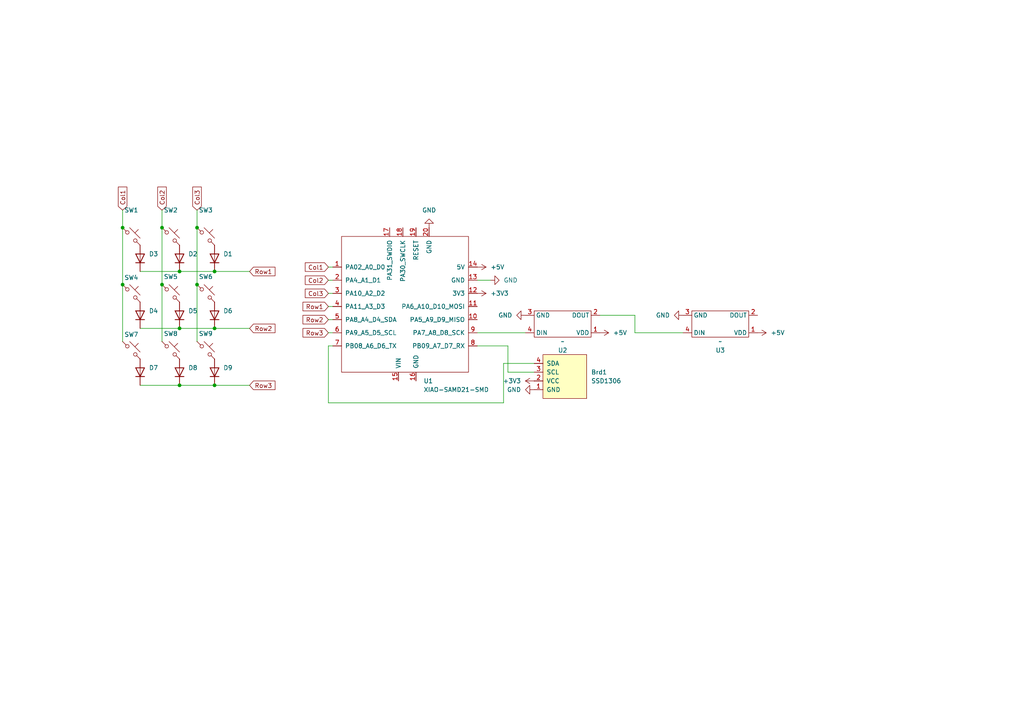
<source format=kicad_sch>
(kicad_sch (version 20231120) (generator "eeschema") (generator_version "8.0")
  (paper "A4")
  (lib_symbols
    (symbol "Diode:1N4148WT" (pin_numbers hide) (pin_names hide)
      (property "Reference" "D" (at 0 2.54 0))
      (property "Value" "1N4148WT" (at 0 -2.54 0))
      (symbol "1N4148WT_0_1"
        (polyline (pts (xy -1.27 1.27) (xy -1.27 -1.27)) (stroke (width 0.254)))
        (polyline (pts (xy 1.27 0) (xy -1.27 0)))
        (polyline (pts (xy 1.27 1.27) (xy 1.27 -1.27) (xy -1.27 0) (xy 1.27 1.27)) (stroke (width 0.254)))
      )
      (symbol "1N4148WT_1_1"
        (pin passive line (at -3.81 0 0) (length 2.54) (name "K") (number "1"))
        (pin passive line (at 3.81 0 180) (length 2.54) (name "A") (number "2"))
      )
    )
    (symbol "SSD1306-128x64_OLED:SSD1306" (pin_names (offset 1.016))
      (property "Reference" "Brd" (at 0 -3.81 0))
      (property "Value" "SSD1306" (at 0 -1.27 0))
      (symbol "SSD1306_0_1"
        (rectangle (start -6.35 6.35) (end 6.35 -6.35) (fill (type background)))
      )
      (symbol "SSD1306_1_1"
        (pin input line (at -3.81 8.89 270) (length 2.54) (name "GND") (number "1"))
        (pin input line (at -1.27 8.89 270) (length 2.54) (name "VCC") (number "2"))
        (pin input line (at 1.27 8.89 270) (length 2.54) (name "SCL") (number "3"))
        (pin input line (at 3.81 8.89 270) (length 2.54) (name "SDA") (number "4"))
      )
    )
    (symbol "Seeed_Studio_XIAO_Series:XIAO-SAMD21-SMD" (pin_names (offset 1.016))
      (property "Reference" "U" (at -18.542 23.114 0))
      (property "Value" "XIAO-SAMD21-SMD" (at -9.906 21.336 0))
      (symbol "XIAO-SAMD21-SMD_0_1"
        (rectangle (start -19.05 20.32) (end 17.78 -19.05))
      )
      (symbol "XIAO-SAMD21-SMD_1_1"
        (pin passive line (at -21.59 11.43 0) (length 2.54) (name "PA02_A0_D0") (number "1"))
        (pin passive line (at 20.32 -3.81 180) (length 2.54) (name "PA5_A9_D9_MISO") (number "10"))
        (pin passive line (at 20.32 0 180) (length 2.54) (name "PA6_A10_D10_MOSI") (number "11"))
        (pin passive line (at 20.32 3.81 180) (length 2.54) (name "3V3") (number "12"))
        (pin passive line (at 20.32 7.62 180) (length 2.54) (name "GND") (number "13"))
        (pin passive line (at 20.32 11.43 180) (length 2.54) (name "5V") (number "14"))
        (pin passive line (at -2.54 -21.59 90) (length 2.54) (name "VIN") (number "15"))
        (pin passive line (at 2.54 -21.59 90) (length 2.54) (name "GND") (number "16"))
        (pin passive line (at -5.08 22.86 270) (length 2.54) (name "PA31_SWDIO") (number "17"))
        (pin passive line (at -1.27 22.86 270) (length 2.54) (name "PA30_SWCLK") (number "18"))
        (pin passive line (at 2.54 22.86 270) (length 2.54) (name "RESET") (number "19"))
        (pin passive line (at -21.59 7.62 0) (length 2.54) (name "PA4_A1_D1") (number "2"))
        (pin passive line (at 6.35 22.86 270) (length 2.54) (name "GND") (number "20"))
        (pin passive line (at -21.59 3.81 0) (length 2.54) (name "PA10_A2_D2") (number "3"))
        (pin passive line (at -21.59 0 0) (length 2.54) (name "PA11_A3_D3") (number "4"))
        (pin passive line (at -21.59 -3.81 0) (length 2.54) (name "PA8_A4_D4_SDA") (number "5"))
        (pin passive line (at -21.59 -7.62 0) (length 2.54) (name "PA9_A5_D5_SCL") (number "6"))
        (pin passive line (at -21.59 -11.43 0) (length 2.54) (name "PB08_A6_D6_TX") (number "7"))
        (pin passive line (at 20.32 -11.43 180) (length 2.54) (name "PB09_A7_D7_RX") (number "8"))
        (pin passive line (at 20.32 -7.62 180) (length 2.54) (name "PA7_A8_D8_SCK") (number "9"))
      )
    )
    (symbol "Switch:SW_Push_45deg" (pin_numbers hide) (pin_names (offset 1.016) hide)
      (property "Reference" "SW" (at 3.048 1.016 0))
      (property "Value" "SW_Push_45deg" (at 0 -3.81 0))
      (symbol "SW_Push_45deg_0_1"
        (circle (center -1.1684 1.1684) (radius 0.508))
        (polyline (pts (xy -0.508 2.54) (xy 2.54 -0.508)))
        (polyline (pts (xy 1.016 1.016) (xy 2.032 2.032)))
        (polyline (pts (xy -2.54 2.54) (xy -1.524 1.524) (xy -1.524 1.524)))
        (polyline (pts (xy 1.524 -1.524) (xy 2.54 -2.54) (xy 2.54 -2.54) (xy 2.54 -2.54)))
        (circle (center 1.143 -1.1938) (radius 0.508))
        (pin passive line (at -2.54 2.54 0) (length 0) (name "1") (number "1"))
        (pin passive line (at 2.54 -2.54 180) (length 0) (name "2") (number "2"))
      )
    )
    (symbol "personal:SK6812-MINI-E_"
      (property "Reference" "U" (at 0 0 0))
      (symbol "SK6812-MINI-E__0_1"
        (rectangle (start -1.27 -1.27) (end 15.24 -8.89))
      )
      (symbol "SK6812-MINI-E__1_1"
        (pin input line (at -3.81 -2.54 0) (length 2.54) (name "VDD") (number "1"))
        (pin input line (at -3.81 -7.62 0) (length 2.54) (name "DOUT") (number "2"))
        (pin input line (at 17.78 -7.62 180) (length 2.54) (name "GND") (number "3"))
        (pin input line (at 17.78 -2.54 180) (length 2.54) (name "DIN") (number "4"))
      )
    )
    (symbol "power:+3V3" (power) (pin_numbers hide) (pin_names (offset 0) hide)
      (property "Value" "+3V3" (at 0 3.556 0))
      (symbol "+3V3_0_1"
        (polyline (pts (xy -0.762 1.27) (xy 0 2.54)))
        (polyline (pts (xy 0 0) (xy 0 2.54)))
        (polyline (pts (xy 0 2.54) (xy 0.762 1.27)))
      )
      (symbol "+3V3_1_1"
        (pin power_in line (at 0 0 90) (length 0) (name "~") (number "1"))
      )
    )
    (symbol "power:+5V" (power) (pin_numbers hide) (pin_names (offset 0) hide)
      (property "Value" "+5V" (at 0 3.556 0))
      (symbol "+5V_0_1"
        (polyline (pts (xy -0.762 1.27) (xy 0 2.54)))
        (polyline (pts (xy 0 0) (xy 0 2.54)))
        (polyline (pts (xy 0 2.54) (xy 0.762 1.27)))
      )
      (symbol "+5V_1_1"
        (pin power_in line (at 0 0 90) (length 0) (name "~") (number "1"))
      )
    )
    (symbol "power:GND" (power) (pin_numbers hide) (pin_names (offset 0) hide)
      (property "Value" "GND" (at 0 -3.81 0))
      (symbol "GND_0_1"
        (polyline (pts (xy 0 0) (xy 0 -1.27) (xy 1.27 -1.27) (xy 0 -2.54) (xy -1.27 -1.27) (xy 0 -1.27)))
      )
      (symbol "GND_1_1"
        (pin power_in line (at 0 0 270) (length 0) (name "~") (number "1"))
      )
    )
  )
  (junction (at 62.23 111.76))
  (junction (at 46.99 82.55))
  (junction (at 52.07 78.74))
  (junction (at 52.07 95.25))
  (junction (at 62.23 78.74))
  (junction (at 57.15 82.55))
  (junction (at 46.99 66.04))
  (junction (at 35.56 82.55))
  (junction (at 35.56 66.04))
  (junction (at 62.23 95.25))
  (junction (at 52.07 111.76))
  (junction (at 57.15 66.04))
  (wire (pts (xy 46.99 82.55) (xy 46.99 99.06)))
  (wire (pts (xy 72.39 78.74) (xy 62.23 78.74)))
  (wire (pts (xy 95.25 96.52) (xy 96.52 96.52)))
  (wire (pts (xy 138.43 96.52) (xy 152.4 96.52)))
  (wire (pts (xy 52.07 78.74) (xy 62.23 78.74)))
  (wire (pts (xy 96.52 100.33) (xy 95.25 100.33)))
  (wire (pts (xy 46.99 66.04) (xy 46.99 82.55)))
  (wire (pts (xy 147.32 100.33) (xy 147.32 107.95)))
  (wire (pts (xy 184.15 96.52) (xy 184.15 91.44)))
  (wire (pts (xy 138.43 100.33) (xy 147.32 100.33)))
  (wire (pts (xy 95.25 77.47) (xy 96.52 77.47)))
  (wire (pts (xy 95.25 116.84) (xy 146.05 116.84)))
  (wire (pts (xy 35.56 60.96) (xy 35.56 66.04)))
  (wire (pts (xy 95.25 92.71) (xy 96.52 92.71)))
  (wire (pts (xy 184.15 96.52) (xy 198.12 96.52)))
  (wire (pts (xy 52.07 95.25) (xy 62.23 95.25)))
  (wire (pts (xy 52.07 111.76) (xy 62.23 111.76)))
  (wire (pts (xy 62.23 111.76) (xy 72.39 111.76)))
  (wire (pts (xy 184.15 91.44) (xy 173.99 91.44)))
  (wire (pts (xy 147.32 107.95) (xy 154.94 107.95)))
  (wire (pts (xy 62.23 95.25) (xy 72.39 95.25)))
  (wire (pts (xy 35.56 66.04) (xy 35.56 82.55)))
  (wire (pts (xy 57.15 60.96) (xy 57.15 66.04)))
  (wire (pts (xy 57.15 82.55) (xy 57.15 99.06)))
  (wire (pts (xy 95.25 88.9) (xy 96.52 88.9)))
  (wire (pts (xy 57.15 66.04) (xy 57.15 82.55)))
  (wire (pts (xy 146.05 116.84) (xy 146.05 105.41)))
  (wire (pts (xy 35.56 82.55) (xy 35.56 99.06)))
  (wire (pts (xy 40.64 95.25) (xy 52.07 95.25)))
  (wire (pts (xy 40.64 111.76) (xy 52.07 111.76)))
  (wire (pts (xy 95.25 81.28) (xy 96.52 81.28)))
  (wire (pts (xy 46.99 60.96) (xy 46.99 66.04)))
  (wire (pts (xy 95.25 85.09) (xy 96.52 85.09)))
  (wire (pts (xy 138.43 81.28) (xy 142.24 81.28)))
  (wire (pts (xy 95.25 100.33) (xy 95.25 116.84)))
  (wire (pts (xy 146.05 105.41) (xy 154.94 105.41)))
  (wire (pts (xy 40.64 78.74) (xy 52.07 78.74)))
  (global_label "Col2" (shape input) (at 46.99 60.96 90) (property "Intersheetrefs" "${INTERSHEET_REFS}" (effects (hide yes))))
  (global_label "Row1" (shape input) (at 72.39 78.74 0) (property "Intersheetrefs" "${INTERSHEET_REFS}" (effects (hide yes))))
  (global_label "Col3" (shape input) (at 95.25 85.09 180) (property "Intersheetrefs" "${INTERSHEET_REFS}" (effects (hide yes))))
  (global_label "Row2" (shape input) (at 72.39 95.25 0) (property "Intersheetrefs" "${INTERSHEET_REFS}" (effects (hide yes))))
  (global_label "Row2" (shape input) (at 95.25 92.71 180) (property "Intersheetrefs" "${INTERSHEET_REFS}" (effects (hide yes))))
  (global_label "Col1" (shape input) (at 35.56 60.96 90) (property "Intersheetrefs" "${INTERSHEET_REFS}" (effects (hide yes))))
  (global_label "Col1" (shape input) (at 95.25 77.47 180) (property "Intersheetrefs" "${INTERSHEET_REFS}" (effects (hide yes))))
  (global_label "Col2" (shape input) (at 95.25 81.28 180) (property "Intersheetrefs" "${INTERSHEET_REFS}" (effects (hide yes))))
  (global_label "Row1" (shape input) (at 95.25 88.9 180) (property "Intersheetrefs" "${INTERSHEET_REFS}" (effects (hide yes))))
  (global_label "Row3" (shape input) (at 95.25 96.52 180) (property "Intersheetrefs" "${INTERSHEET_REFS}" (effects (hide yes))))
  (global_label "Col3" (shape input) (at 57.15 60.96 90) (property "Intersheetrefs" "${INTERSHEET_REFS}" (effects (hide yes))))
  (global_label "Row3" (shape input) (at 72.39 111.76 0) (property "Intersheetrefs" "${INTERSHEET_REFS}" (effects (hide yes))))
  (symbol (lib_id "SSD1306-128x64_OLED:SSD1306") (at 163.83 109.22 90) (unit 1)
    (property "Reference" "Brd1" (at 171.45 107.9499 90) (effects (justify right)))
    (property "Value" "SSD1306" (at 171.45 110.4899 90) (effects (justify right)))
    (property "Footprint" "TG9541:Display_128x64_096_I2C" (effects (hide yes)))
    (property "Description" "SSD1306 OLED" (effects (hide yes)))
  )
  (symbol (lib_id "Switch:SW_Push_45deg") (at 38.1 101.6 0) (unit 1)
    (property "Reference" "SW7" (at 38.1 97.028 0))
    (property "Value" "SW_Push_45deg" (effects (hide yes)))
    (property "Footprint" "Button_Switch_Keyboard:SW_Cherry_MX_1.00u_PCB" (effects (hide yes)))
    (property "Description" "Push button switch, normally open, two pins, 45° tilted" (effects (hide yes)))
  )
  (symbol (lib_id "personal:SK6812-MINI-E_") (at 215.9 99.06 180) (unit 1)
    (property "Reference" "U3" (at 208.915 101.6 0))
    (property "Value" "~" (at 208.915 99.06 0))
    (property "Footprint" "LED_SMD:LED_SK6812MINI_PLCC4_3.5x3.5mm_P1.75mm" (effects (hide yes)))
  )
  (symbol (lib_id "Switch:SW_Push_45deg") (at 59.69 68.58 0) (unit 1)
    (property "Reference" "SW3" (at 59.69 60.96 0))
    (property "Value" "SW_Push_45deg" (effects (hide yes)))
    (property "Footprint" "Button_Switch_Keyboard:SW_Cherry_MX_1.00u_PCB" (effects (hide yes)))
    (property "Description" "Push button switch, normally open, two pins, 45° tilted" (effects (hide yes)))
  )
  (symbol (lib_id "Switch:SW_Push_45deg") (at 49.53 101.6 0) (unit 1)
    (property "Reference" "SW8" (at 49.53 96.774 0))
    (property "Value" "SW_Push_45deg" (effects (hide yes)))
    (property "Footprint" "Button_Switch_Keyboard:SW_Cherry_MX_1.00u_PCB" (effects (hide yes)))
    (property "Description" "Push button switch, normally open, two pins, 45° tilted" (effects (hide yes)))
  )
  (symbol (lib_id "Diode:1N4148WT") (at 62.23 91.44 90) (unit 1)
    (property "Reference" "D6" (at 64.77 90.1699 90) (effects (justify right)))
    (property "Value" "1N4148WT" (effects (hide yes)))
    (property "Footprint" "Diode_THT:D_DO-34_SOD68_P7.62mm_Horizontal" (effects (hide yes)))
    (property "Datasheet" "https://www.diodes.com/assets/Datasheets/ds30396.pdf" (effects (hide yes)))
    (property "Description" "75V 0.15A Fast switching Diode, SOD-523" (effects (hide yes)))
    (property "Sim.Device" "D" (effects (hide yes)))
    (property "Sim.Pins" "1=K 2=A" (effects (hide yes)))
  )
  (symbol (lib_id "power:GND") (at 124.46 66.04 180) (unit 1)
    (property "Reference" "#PWR03" (effects (hide yes)))
    (property "Value" "GND" (at 124.46 60.96 0))
    (property "Description" "Power symbol creates a global label with name \"GND\" , ground" (effects (hide yes)))
  )
  (symbol (lib_id "power:+5V") (at 173.99 96.52 270) (unit 1)
    (property "Reference" "#PWR09" (effects (hide yes)))
    (property "Value" "+5V" (at 177.8 96.5201 90) (effects (justify left)))
    (property "Description" "Power symbol creates a global label with name \"+5V\"" (effects (hide yes)))
  )
  (symbol (lib_id "Switch:SW_Push_45deg") (at 49.53 68.58 0) (unit 1)
    (property "Reference" "SW2" (at 49.53 60.96 0))
    (property "Value" "SW_Push_45deg" (effects (hide yes)))
    (property "Footprint" "Button_Switch_Keyboard:SW_Cherry_MX_1.00u_PCB" (effects (hide yes)))
    (property "Description" "Push button switch, normally open, two pins, 45° tilted" (effects (hide yes)))
  )
  (symbol (lib_id "Switch:SW_Push_45deg") (at 59.69 101.6 0) (unit 1)
    (property "Reference" "SW9" (at 59.69 96.774 0))
    (property "Value" "SW_Push_45deg" (effects (hide yes)))
    (property "Footprint" "Button_Switch_Keyboard:SW_Cherry_MX_1.00u_PCB" (effects (hide yes)))
    (property "Description" "Push button switch, normally open, two pins, 45° tilted" (effects (hide yes)))
  )
  (symbol (lib_id "Diode:1N4148WT") (at 52.07 91.44 90) (unit 1)
    (property "Reference" "D5" (at 54.61 90.1699 90) (effects (justify right)))
    (property "Value" "1N4148WT" (effects (hide yes)))
    (property "Footprint" "Diode_THT:D_DO-34_SOD68_P7.62mm_Horizontal" (effects (hide yes)))
    (property "Datasheet" "https://www.diodes.com/assets/Datasheets/ds30396.pdf" (effects (hide yes)))
    (property "Description" "75V 0.15A Fast switching Diode, SOD-523" (effects (hide yes)))
    (property "Sim.Device" "D" (effects (hide yes)))
    (property "Sim.Pins" "1=K 2=A" (effects (hide yes)))
  )
  (symbol (lib_id "Switch:SW_Push_45deg") (at 59.69 85.09 0) (unit 1)
    (property "Reference" "SW6" (at 59.69 80.264 0))
    (property "Value" "SW_Push_45deg" (effects (hide yes)))
    (property "Footprint" "Button_Switch_Keyboard:SW_Cherry_MX_1.00u_PCB" (effects (hide yes)))
    (property "Description" "Push button switch, normally open, two pins, 45° tilted" (effects (hide yes)))
  )
  (symbol (lib_id "power:+5V") (at 138.43 77.47 270) (unit 1)
    (property "Reference" "#PWR08" (effects (hide yes)))
    (property "Value" "+5V" (at 142.24 77.4699 90) (effects (justify left)))
    (property "Description" "Power symbol creates a global label with name \"+5V\"" (effects (hide yes)))
  )
  (symbol (lib_id "power:GND") (at 142.24 81.28 90) (unit 1)
    (property "Reference" "#PWR02" (effects (hide yes)))
    (property "Value" "GND" (at 146.05 81.2799 90) (effects (justify right)))
    (property "Description" "Power symbol creates a global label with name \"GND\" , ground" (effects (hide yes)))
  )
  (symbol (lib_id "Switch:SW_Push_45deg") (at 49.53 85.09 0) (unit 1)
    (property "Reference" "SW5" (at 49.53 80.264 0))
    (property "Value" "SW_Push_45deg" (effects (hide yes)))
    (property "Footprint" "Button_Switch_Keyboard:SW_Cherry_MX_1.00u_PCB" (effects (hide yes)))
    (property "Description" "Push button switch, normally open, two pins, 45° tilted" (effects (hide yes)))
  )
  (symbol (lib_id "Diode:1N4148WT") (at 52.07 74.93 90) (unit 1)
    (property "Reference" "D2" (at 54.61 73.6599 90) (effects (justify right)))
    (property "Value" "1N4148WT" (effects (hide yes)))
    (property "Footprint" "Diode_THT:D_DO-34_SOD68_P7.62mm_Horizontal" (effects (hide yes)))
    (property "Datasheet" "https://www.diodes.com/assets/Datasheets/ds30396.pdf" (effects (hide yes)))
    (property "Description" "75V 0.15A Fast switching Diode, SOD-523" (effects (hide yes)))
    (property "Sim.Device" "D" (effects (hide yes)))
    (property "Sim.Pins" "1=K 2=A" (effects (hide yes)))
  )
  (symbol (lib_id "Diode:1N4148WT") (at 62.23 107.95 90) (unit 1)
    (property "Reference" "D9" (at 64.77 106.6799 90) (effects (justify right)))
    (property "Value" "1N4148WT" (effects (hide yes)))
    (property "Footprint" "Diode_THT:D_DO-34_SOD68_P7.62mm_Horizontal" (effects (hide yes)))
    (property "Datasheet" "https://www.diodes.com/assets/Datasheets/ds30396.pdf" (effects (hide yes)))
    (property "Description" "75V 0.15A Fast switching Diode, SOD-523" (effects (hide yes)))
    (property "Sim.Device" "D" (effects (hide yes)))
    (property "Sim.Pins" "1=K 2=A" (effects (hide yes)))
  )
  (symbol (lib_id "Diode:1N4148WT") (at 40.64 91.44 90) (unit 1)
    (property "Reference" "D4" (at 43.18 90.1699 90) (effects (justify right)))
    (property "Value" "1N4148WT" (effects (hide yes)))
    (property "Footprint" "Diode_THT:D_DO-34_SOD68_P7.62mm_Horizontal" (effects (hide yes)))
    (property "Datasheet" "https://www.diodes.com/assets/Datasheets/ds30396.pdf" (effects (hide yes)))
    (property "Description" "75V 0.15A Fast switching Diode, SOD-523" (effects (hide yes)))
    (property "Sim.Device" "D" (effects (hide yes)))
    (property "Sim.Pins" "1=K 2=A" (effects (hide yes)))
  )
  (symbol (lib_id "Diode:1N4148WT") (at 62.23 74.93 90) (unit 1)
    (property "Reference" "D1" (at 64.77 73.6599 90) (effects (justify right)))
    (property "Value" "1N4148WT" (effects (hide yes)))
    (property "Footprint" "Diode_THT:D_DO-34_SOD68_P7.62mm_Horizontal" (effects (hide yes)))
    (property "Datasheet" "https://www.diodes.com/assets/Datasheets/ds30396.pdf" (effects (hide yes)))
    (property "Description" "75V 0.15A Fast switching Diode, SOD-523" (effects (hide yes)))
    (property "Sim.Device" "D" (effects (hide yes)))
    (property "Sim.Pins" "1=K 2=A" (effects (hide yes)))
  )
  (symbol (lib_id "power:+3V3") (at 138.43 85.09 270) (unit 1)
    (property "Reference" "#PWR04" (effects (hide yes)))
    (property "Value" "+3V3" (at 142.24 85.0899 90) (effects (justify left)))
    (property "Description" "Power symbol creates a global label with name \"+3V3\"" (effects (hide yes)))
  )
  (symbol (lib_id "Switch:SW_Push_45deg") (at 38.1 85.09 0) (unit 1)
    (property "Reference" "SW4" (at 38.1 80.518 0))
    (property "Value" "SW_Push_45deg" (effects (hide yes)))
    (property "Footprint" "Button_Switch_Keyboard:SW_Cherry_MX_1.00u_PCB" (effects (hide yes)))
    (property "Description" "Push button switch, normally open, two pins, 45° tilted" (effects (hide yes)))
  )
  (symbol (lib_id "power:GND") (at 152.4 91.44 270) (unit 1)
    (property "Reference" "#PWR07" (effects (hide yes)))
    (property "Value" "GND" (at 148.59 91.4401 90) (effects (justify right)))
    (property "Description" "Power symbol creates a global label with name \"GND\" , ground" (effects (hide yes)))
  )
  (symbol (lib_id "power:+3V3") (at 154.94 110.49 90) (unit 1)
    (property "Reference" "#PWR06" (effects (hide yes)))
    (property "Value" "+3V3" (at 151.13 110.4899 90) (effects (justify left)))
    (property "Description" "Power symbol creates a global label with name \"+3V3\"" (effects (hide yes)))
  )
  (symbol (lib_id "power:GND") (at 154.94 113.03 270) (unit 1)
    (property "Reference" "#PWR05" (effects (hide yes)))
    (property "Value" "GND" (at 151.13 113.0299 90) (effects (justify right)))
    (property "Description" "Power symbol creates a global label with name \"GND\" , ground" (effects (hide yes)))
  )
  (symbol (lib_id "power:GND") (at 198.12 91.44 270) (unit 1)
    (property "Reference" "#PWR010" (effects (hide yes)))
    (property "Value" "GND" (at 194.31 91.4401 90) (effects (justify right)))
    (property "Description" "Power symbol creates a global label with name \"GND\" , ground" (effects (hide yes)))
  )
  (symbol (lib_id "Diode:1N4148WT") (at 40.64 74.93 90) (unit 1)
    (property "Reference" "D3" (at 43.18 73.6599 90) (effects (justify right)))
    (property "Value" "1N4148WT" (effects (hide yes)))
    (property "Footprint" "Diode_THT:D_DO-34_SOD68_P7.62mm_Horizontal" (effects (hide yes)))
    (property "Datasheet" "https://www.diodes.com/assets/Datasheets/ds30396.pdf" (effects (hide yes)))
    (property "Description" "75V 0.15A Fast switching Diode, SOD-523" (effects (hide yes)))
    (property "Sim.Device" "D" (effects (hide yes)))
    (property "Sim.Pins" "1=K 2=A" (effects (hide yes)))
  )
  (symbol (lib_id "personal:SK6812-MINI-E_") (at 170.18 99.06 180) (unit 1)
    (property "Reference" "U2" (at 163.195 101.6 0))
    (property "Value" "~" (at 163.195 99.06 0))
    (property "Footprint" "LED_SMD:LED_SK6812MINI_PLCC4_3.5x3.5mm_P1.75mm" (effects (hide yes)))
  )
  (symbol (lib_id "Diode:1N4148WT") (at 40.64 107.95 90) (unit 1)
    (property "Reference" "D7" (at 43.18 106.6799 90) (effects (justify right)))
    (property "Value" "1N4148WT" (effects (hide yes)))
    (property "Footprint" "Diode_THT:D_DO-34_SOD68_P7.62mm_Horizontal" (effects (hide yes)))
    (property "Datasheet" "https://www.diodes.com/assets/Datasheets/ds30396.pdf" (effects (hide yes)))
    (property "Description" "75V 0.15A Fast switching Diode, SOD-523" (effects (hide yes)))
    (property "Sim.Device" "D" (effects (hide yes)))
    (property "Sim.Pins" "1=K 2=A" (effects (hide yes)))
  )
  (symbol (lib_id "power:+5V") (at 219.71 96.52 270) (unit 1)
    (property "Reference" "#PWR011" (effects (hide yes)))
    (property "Value" "+5V" (at 223.52 96.5201 90) (effects (justify left)))
    (property "Description" "Power symbol creates a global label with name \"+5V\"" (effects (hide yes)))
  )
  (symbol (lib_id "Seeed_Studio_XIAO_Series:XIAO-SAMD21-SMD") (at 118.11 88.9 0) (unit 1)
    (property "Reference" "U1" (at 122.8441 110.49 0) (effects (justify left)))
    (property "Value" "XIAO-SAMD21-SMD" (at 122.8441 113.03 0) (effects (justify left)))
    (property "Footprint" "Seeed Studio XIAO Series Library:XIAO-RP2040-DIP" (effects (hide yes)))
  )
  (symbol (lib_id "Switch:SW_Push_45deg") (at 38.1 68.58 0) (unit 1)
    (property "Reference" "SW1" (at 38.1 60.96 0))
    (property "Value" "SW_Push_45deg" (effects (hide yes)))
    (property "Footprint" "Button_Switch_Keyboard:SW_Cherry_MX_1.00u_PCB" (effects (hide yes)))
    (property "Description" "Push button switch, normally open, two pins, 45° tilted" (effects (hide yes)))
  )
  (symbol (lib_id "Diode:1N4148WT") (at 52.07 107.95 90) (unit 1)
    (property "Reference" "D8" (at 54.61 106.6799 90) (effects (justify right)))
    (property "Value" "1N4148WT" (effects (hide yes)))
    (property "Footprint" "Diode_THT:D_DO-34_SOD68_P7.62mm_Horizontal" (effects (hide yes)))
    (property "Datasheet" "https://www.diodes.com/assets/Datasheets/ds30396.pdf" (effects (hide yes)))
    (property "Description" "75V 0.15A Fast switching Diode, SOD-523" (effects (hide yes)))
    (property "Sim.Device" "D" (effects (hide yes)))
    (property "Sim.Pins" "1=K 2=A" (effects (hide yes)))
  )
)
</source>
